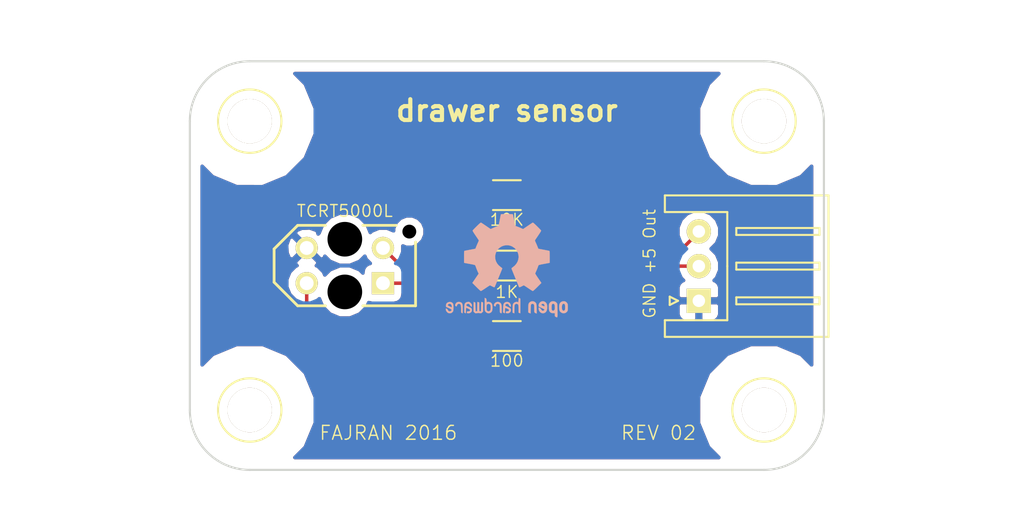
<source format=kicad_pcb>
(kicad_pcb (version 4) (host pcbnew 4.0.3+e1-6302~38~ubuntu15.04.1-stable)

  (general
    (links 8)
    (no_connects 0)
    (area 114.834999 78.639999 188.695001 116.940001)
    (thickness 1.6)
    (drawings 33)
    (tracks 21)
    (zones 0)
    (modules 10)
    (nets 6)
  )

  (page A4)
  (layers
    (0 F.Cu signal)
    (31 B.Cu signal)
    (32 B.Adhes user)
    (33 F.Adhes user)
    (34 B.Paste user)
    (35 F.Paste user)
    (36 B.SilkS user)
    (37 F.SilkS user)
    (38 B.Mask user)
    (39 F.Mask user)
    (40 Dwgs.User user)
    (41 Cmts.User user)
    (42 Eco1.User user)
    (43 Eco2.User user)
    (44 Edge.Cuts user)
    (45 Margin user)
    (46 B.CrtYd user)
    (47 F.CrtYd user)
    (48 B.Fab user)
    (49 F.Fab user)
  )

  (setup
    (last_trace_width 0.25)
    (trace_clearance 0.3)
    (zone_clearance 0.508)
    (zone_45_only yes)
    (trace_min 0.2)
    (segment_width 0.2)
    (edge_width 0.15)
    (via_size 0.6)
    (via_drill 0.4)
    (via_min_size 0.4)
    (via_min_drill 0.3)
    (uvia_size 0.3)
    (uvia_drill 0.1)
    (uvias_allowed no)
    (uvia_min_size 0.2)
    (uvia_min_drill 0.1)
    (pcb_text_width 0.3)
    (pcb_text_size 1.5 1.5)
    (mod_edge_width 0.15)
    (mod_text_size 1 1)
    (mod_text_width 0.15)
    (pad_size 3.2 3.2)
    (pad_drill 3.2)
    (pad_to_mask_clearance 0.2)
    (aux_axis_origin 151.13 97.79)
    (visible_elements FFFFFF7F)
    (pcbplotparams
      (layerselection 0x010f0_80000001)
      (usegerberextensions false)
      (excludeedgelayer true)
      (linewidth 0.100000)
      (plotframeref false)
      (viasonmask false)
      (mode 1)
      (useauxorigin false)
      (hpglpennumber 1)
      (hpglpenspeed 20)
      (hpglpendiameter 15)
      (hpglpenoverlay 2)
      (psnegative false)
      (psa4output false)
      (plotreference true)
      (plotvalue true)
      (plotinvisibletext false)
      (padsonsilk false)
      (subtractmaskfromsilk false)
      (outputformat 1)
      (mirror false)
      (drillshape 0)
      (scaleselection 1)
      (outputdirectory gerber))
  )

  (net 0 "")
  (net 1 "Net-(R1-Pad1)")
  (net 2 "Net-(R3-Pad2)")
  (net 3 /Out)
  (net 4 GND)
  (net 5 +5V)

  (net_class Default "This is the default net class."
    (clearance 0.3)
    (trace_width 0.25)
    (via_dia 0.6)
    (via_drill 0.4)
    (uvia_dia 0.3)
    (uvia_drill 0.1)
    (add_net +5V)
    (add_net /Out)
    (add_net GND)
    (add_net "Net-(R1-Pad1)")
    (add_net "Net-(R3-Pad2)")
  )

  (module Connect:1pin (layer F.Cu) (tedit 57C0AAF0) (tstamp 579D639E)
    (at 132.842 87.376)
    (descr "module 1 pin (ou trou mecanique de percage)")
    (tags DEV)
    (fp_text reference M (at 0 -3.048) (layer F.SilkS) hide
      (effects (font (size 1 1) (thickness 0.15)))
    )
    (fp_text value 1pin (at 0 2.794) (layer F.Fab) hide
      (effects (font (size 1 1) (thickness 0.15)))
    )
    (fp_circle (center 0 0) (end 0 -2.286) (layer F.SilkS) (width 0.15))
    (pad 1 thru_hole circle (at 0 0) (size 3.2 3.2) (drill 3.2) (layers *.Cu *.Mask F.SilkS)
      (solder_mask_margin 2) (clearance 3))
  )

  (module Connect:1pin (layer F.Cu) (tedit 57C0AAFE) (tstamp 579D660D)
    (at 169.926 87.376)
    (descr "module 1 pin (ou trou mecanique de percage)")
    (tags DEV)
    (fp_text reference REF** (at 0 -3.048) (layer F.SilkS) hide
      (effects (font (size 1 1) (thickness 0.15)))
    )
    (fp_text value 1pin (at 0 2.794) (layer F.Fab) hide
      (effects (font (size 1 1) (thickness 0.15)))
    )
    (fp_circle (center 0 0) (end 0 -2.286) (layer F.SilkS) (width 0.15))
    (pad 1 thru_hole circle (at 0 0) (size 3.2 3.2) (drill 3.2) (layers *.Cu *.Mask F.SilkS)
      (solder_mask_margin 2) (clearance 3))
  )

  (module Connect:1pin (layer F.Cu) (tedit 57C0AB0A) (tstamp 57A69AB0)
    (at 132.842 108.204)
    (descr "module 1 pin (ou trou mecanique de percage)")
    (tags DEV)
    (fp_text reference REF** (at 0 -3.048) (layer F.SilkS) hide
      (effects (font (size 1 1) (thickness 0.15)))
    )
    (fp_text value 1pin (at 0 2.794) (layer F.Fab) hide
      (effects (font (size 1 1) (thickness 0.15)))
    )
    (fp_circle (center 0 0) (end 0 -2.286) (layer F.SilkS) (width 0.15))
    (pad 1 thru_hole circle (at 0 0) (size 3.2 3.2) (drill 3.2) (layers *.Cu *.Mask F.SilkS)
      (solder_mask_margin 2) (clearance 3))
  )

  (module Connect:1pin (layer F.Cu) (tedit 57C0AB06) (tstamp 57A69AD8)
    (at 169.926 108.204)
    (descr "module 1 pin (ou trou mecanique de percage)")
    (tags DEV)
    (fp_text reference REF** (at 0 -3.048) (layer F.SilkS) hide
      (effects (font (size 1 1) (thickness 0.15)))
    )
    (fp_text value 1pin (at 0 2.794) (layer F.Fab) hide
      (effects (font (size 1 1) (thickness 0.15)))
    )
    (fp_circle (center 0 0) (end 0 -2.286) (layer F.SilkS) (width 0.15))
    (pad 1 thru_hole circle (at 0 0) (size 3.2 3.2) (drill 3.2) (layers *.Cu *.Mask F.SilkS)
      (solder_mask_margin 2) (clearance 3))
  )

  (module Resistors_SMD:R_1206_HandSoldering (layer F.Cu) (tedit 57BE1B7C) (tstamp 57BE1910)
    (at 151.384 92.71)
    (descr "Resistor SMD 1206, hand soldering")
    (tags "resistor 1206")
    (path /57893D2E)
    (attr smd)
    (fp_text reference R1 (at 0 -2.3) (layer F.SilkS) hide
      (effects (font (size 1 1) (thickness 0.15)))
    )
    (fp_text value 10K (at 0 1.778) (layer F.SilkS)
      (effects (font (size 0.85 0.85) (thickness 0.1)))
    )
    (fp_line (start -3.3 -1.2) (end 3.3 -1.2) (layer F.CrtYd) (width 0.05))
    (fp_line (start -3.3 1.2) (end 3.3 1.2) (layer F.CrtYd) (width 0.05))
    (fp_line (start -3.3 -1.2) (end -3.3 1.2) (layer F.CrtYd) (width 0.05))
    (fp_line (start 3.3 -1.2) (end 3.3 1.2) (layer F.CrtYd) (width 0.05))
    (fp_line (start 1 1.075) (end -1 1.075) (layer F.SilkS) (width 0.15))
    (fp_line (start -1 -1.075) (end 1 -1.075) (layer F.SilkS) (width 0.15))
    (pad 1 smd rect (at -2 0) (size 2 1.7) (layers F.Cu F.Paste F.Mask)
      (net 1 "Net-(R1-Pad1)"))
    (pad 2 smd rect (at 2 0) (size 2 1.7) (layers F.Cu F.Paste F.Mask)
      (net 4 GND))
    (model Resistors_SMD.3dshapes/R_1206_HandSoldering.wrl
      (at (xyz 0 0 0))
      (scale (xyz 1 1 1))
      (rotate (xyz 0 0 0))
    )
  )

  (module Resistors_SMD:R_1206_HandSoldering (layer F.Cu) (tedit 57BE1A02) (tstamp 57BE1916)
    (at 151.384 97.79 180)
    (descr "Resistor SMD 1206, hand soldering")
    (tags "resistor 1206")
    (path /57893C83)
    (attr smd)
    (fp_text reference R2 (at 0 -2.3 180) (layer F.SilkS) hide
      (effects (font (size 1 1) (thickness 0.15)))
    )
    (fp_text value 1K (at 0 -1.905 180) (layer F.SilkS)
      (effects (font (size 0.85 0.85) (thickness 0.1)))
    )
    (fp_line (start -3.3 -1.2) (end 3.3 -1.2) (layer F.CrtYd) (width 0.05))
    (fp_line (start -3.3 1.2) (end 3.3 1.2) (layer F.CrtYd) (width 0.05))
    (fp_line (start -3.3 -1.2) (end -3.3 1.2) (layer F.CrtYd) (width 0.05))
    (fp_line (start 3.3 -1.2) (end 3.3 1.2) (layer F.CrtYd) (width 0.05))
    (fp_line (start 1 1.075) (end -1 1.075) (layer F.SilkS) (width 0.15))
    (fp_line (start -1 -1.075) (end 1 -1.075) (layer F.SilkS) (width 0.15))
    (pad 1 smd rect (at -2 0 180) (size 2 1.7) (layers F.Cu F.Paste F.Mask)
      (net 3 /Out))
    (pad 2 smd rect (at 2 0 180) (size 2 1.7) (layers F.Cu F.Paste F.Mask)
      (net 1 "Net-(R1-Pad1)"))
    (model Resistors_SMD.3dshapes/R_1206_HandSoldering.wrl
      (at (xyz 0 0 0))
      (scale (xyz 1 1 1))
      (rotate (xyz 0 0 0))
    )
  )

  (module Resistors_SMD:R_1206_HandSoldering (layer F.Cu) (tedit 57BE1B5D) (tstamp 57BE191C)
    (at 151.384 102.87 180)
    (descr "Resistor SMD 1206, hand soldering")
    (tags "resistor 1206")
    (path /57893D49)
    (attr smd)
    (fp_text reference R3 (at 0 -2.3 180) (layer F.SilkS) hide
      (effects (font (size 1 1) (thickness 0.15)))
    )
    (fp_text value 100 (at 0 -1.778 180) (layer F.SilkS)
      (effects (font (size 0.85 0.85) (thickness 0.1)))
    )
    (fp_line (start -3.3 -1.2) (end 3.3 -1.2) (layer F.CrtYd) (width 0.05))
    (fp_line (start -3.3 1.2) (end 3.3 1.2) (layer F.CrtYd) (width 0.05))
    (fp_line (start -3.3 -1.2) (end -3.3 1.2) (layer F.CrtYd) (width 0.05))
    (fp_line (start 3.3 -1.2) (end 3.3 1.2) (layer F.CrtYd) (width 0.05))
    (fp_line (start 1 1.075) (end -1 1.075) (layer F.SilkS) (width 0.15))
    (fp_line (start -1 -1.075) (end 1 -1.075) (layer F.SilkS) (width 0.15))
    (pad 1 smd rect (at -2 0 180) (size 2 1.7) (layers F.Cu F.Paste F.Mask)
      (net 5 +5V))
    (pad 2 smd rect (at 2 0 180) (size 2 1.7) (layers F.Cu F.Paste F.Mask)
      (net 2 "Net-(R3-Pad2)"))
    (model Resistors_SMD.3dshapes/R_1206_HandSoldering.wrl
      (at (xyz 0 0 0))
      (scale (xyz 1 1 1))
      (rotate (xyz 0 0 0))
    )
  )

  (module TCRT5000L:XDCR_TCRT5000L (layer F.Cu) (tedit 57BE19CD) (tstamp 57BE1927)
    (at 139.7 97.79 180)
    (path /57893C3C)
    (solder_mask_margin 0.1)
    (fp_text reference Sensor1 (at -2.56 -3.935 180) (layer F.SilkS) hide
      (effects (font (size 1 1) (thickness 0.05)))
    )
    (fp_text value TCRT5000L (at 0 3.937 180) (layer F.SilkS)
      (effects (font (size 0.85 0.85) (thickness 0.1)))
    )
    (fp_line (start -5.1 -2.9) (end -1.3 -2.9) (layer F.SilkS) (width 0.2))
    (fp_line (start 1.4 -2.9) (end 3.4 -2.9) (layer F.SilkS) (width 0.2))
    (fp_line (start 3.4 2.9) (end 1.4 2.9) (layer F.SilkS) (width 0.2))
    (fp_line (start -1.3 2.9) (end -3.7 2.9) (layer F.SilkS) (width 0.2))
    (fp_line (start -5.1 1.7) (end -5.1 -2.9) (layer F.SilkS) (width 0.2))
    (fp_line (start 3.4 -2.9) (end 5.1 -1.2) (layer F.SilkS) (width 0.2))
    (fp_line (start 5.1 -1.2) (end 5.1 1.2) (layer F.SilkS) (width 0.2))
    (fp_line (start 5.1 1.2) (end 3.4 2.9) (layer F.SilkS) (width 0.2))
    (fp_line (start -5.35 -3.15) (end 5.35 -3.15) (layer Dwgs.User) (width 0.05))
    (fp_line (start 5.35 -3.15) (end 5.35 3.15) (layer Dwgs.User) (width 0.05))
    (fp_line (start 5.35 3.15) (end -5.35 3.15) (layer Dwgs.User) (width 0.05))
    (fp_line (start -5.35 3.15) (end -5.35 -3.15) (layer Dwgs.User) (width 0.05))
    (pad 1 thru_hole rect (at -2.75 -1.27 180) (size 1.6 1.6) (drill 1) (layers *.Cu *.Mask F.SilkS)
      (net 5 +5V) (solder_mask_margin 0.2))
    (pad 2 thru_hole circle (at -2.75 1.27 180) (size 1.6 1.6) (drill 1) (layers *.Cu *.Mask F.SilkS)
      (net 1 "Net-(R1-Pad1)") (solder_mask_margin 0.2))
    (pad 3 thru_hole circle (at 2.75 1.27 180) (size 1.6 1.6) (drill 1) (layers *.Cu *.Mask F.SilkS)
      (net 4 GND) (solder_mask_margin 0.2))
    (pad 4 thru_hole circle (at 2.75 -1.27 180) (size 1.6 1.6) (drill 1) (layers *.Cu *.Mask F.SilkS)
      (net 2 "Net-(R3-Pad2)") (solder_mask_margin 0.2))
    (pad Hole np_thru_hole circle (at 0 -1.9 180) (size 2.5 2.5) (drill 2.5) (layers))
    (pad Hole np_thru_hole circle (at 0 1.9 180) (size 2.5 2.5) (drill 2.5) (layers))
    (pad Hole np_thru_hole circle (at -4.65 2.45 180) (size 1 1) (drill 1) (layers))
  )

  (module Connectors_JST:JST_XH_S03B-XH-A_03x2.50mm_Angled (layer F.Cu) (tedit 57BE1994) (tstamp 57BE192E)
    (at 165.227 100.33 90)
    (descr "JST XH series connector, S03B-XH-A, side entry type, through hole")
    (tags "connector jst xh tht side horizontal angled 2.50mm")
    (path /57A009A5)
    (fp_text reference U1 (at 2.5 -3.5 90) (layer F.SilkS) hide
      (effects (font (size 1 1) (thickness 0.15)))
    )
    (fp_text value 1_Out (at 2.5 10.3 90) (layer F.Fab)
      (effects (font (size 1 1) (thickness 0.15)))
    )
    (fp_line (start -2.95 -2.8) (end -2.95 9.7) (layer F.CrtYd) (width 0.05))
    (fp_line (start -2.95 9.7) (end 7.95 9.7) (layer F.CrtYd) (width 0.05))
    (fp_line (start 7.95 9.7) (end 7.95 -2.8) (layer F.CrtYd) (width 0.05))
    (fp_line (start 7.95 -2.8) (end -2.95 -2.8) (layer F.CrtYd) (width 0.05))
    (fp_line (start 2.5 9.35) (end -2.6 9.35) (layer F.SilkS) (width 0.15))
    (fp_line (start -2.6 9.35) (end -2.6 -2.45) (layer F.SilkS) (width 0.15))
    (fp_line (start -2.6 -2.45) (end -1.4 -2.45) (layer F.SilkS) (width 0.15))
    (fp_line (start -1.4 -2.45) (end -1.4 2.05) (layer F.SilkS) (width 0.15))
    (fp_line (start -1.4 2.05) (end 2.5 2.05) (layer F.SilkS) (width 0.15))
    (fp_line (start 2.5 9.35) (end 7.6 9.35) (layer F.SilkS) (width 0.15))
    (fp_line (start 7.6 9.35) (end 7.6 -2.45) (layer F.SilkS) (width 0.15))
    (fp_line (start 7.6 -2.45) (end 6.4 -2.45) (layer F.SilkS) (width 0.15))
    (fp_line (start 6.4 -2.45) (end 6.4 2.05) (layer F.SilkS) (width 0.15))
    (fp_line (start 6.4 2.05) (end 2.5 2.05) (layer F.SilkS) (width 0.15))
    (fp_line (start -0.25 2.7) (end -0.25 8.7) (layer F.SilkS) (width 0.15))
    (fp_line (start -0.25 8.7) (end 0.25 8.7) (layer F.SilkS) (width 0.15))
    (fp_line (start 0.25 8.7) (end 0.25 2.7) (layer F.SilkS) (width 0.15))
    (fp_line (start 0.25 2.7) (end -0.25 2.7) (layer F.SilkS) (width 0.15))
    (fp_line (start 2.25 2.7) (end 2.25 8.7) (layer F.SilkS) (width 0.15))
    (fp_line (start 2.25 8.7) (end 2.75 8.7) (layer F.SilkS) (width 0.15))
    (fp_line (start 2.75 8.7) (end 2.75 2.7) (layer F.SilkS) (width 0.15))
    (fp_line (start 2.75 2.7) (end 2.25 2.7) (layer F.SilkS) (width 0.15))
    (fp_line (start 4.75 2.7) (end 4.75 8.7) (layer F.SilkS) (width 0.15))
    (fp_line (start 4.75 8.7) (end 5.25 8.7) (layer F.SilkS) (width 0.15))
    (fp_line (start 5.25 8.7) (end 5.25 2.7) (layer F.SilkS) (width 0.15))
    (fp_line (start 5.25 2.7) (end 4.75 2.7) (layer F.SilkS) (width 0.15))
    (fp_line (start 0 -1.5) (end -0.3 -2.1) (layer F.SilkS) (width 0.15))
    (fp_line (start -0.3 -2.1) (end 0.3 -2.1) (layer F.SilkS) (width 0.15))
    (fp_line (start 0.3 -2.1) (end 0 -1.5) (layer F.SilkS) (width 0.15))
    (pad 1 thru_hole rect (at 0 0 90) (size 1.75 1.75) (drill 0.9) (layers *.Cu *.Mask F.SilkS)
      (net 4 GND))
    (pad 2 thru_hole circle (at 2.5 0 90) (size 1.75 1.75) (drill 0.9) (layers *.Cu *.Mask F.SilkS)
      (net 5 +5V))
    (pad 3 thru_hole circle (at 5 0 90) (size 1.75 1.75) (drill 0.9) (layers *.Cu *.Mask F.SilkS)
      (net 3 /Out))
    (model Connectors_JST.3dshapes/JST_XH_S03B-XH-A_03x2.50mm_Angled.wrl
      (at (xyz 0 0 0))
      (scale (xyz 1 1 1))
      (rotate (xyz 0 0 0))
    )
  )

  (module Symbols:OSHW-Logo2_9.8x8mm_SilkScreen (layer B.Cu) (tedit 0) (tstamp 57C17BBD)
    (at 151.384 97.79 180)
    (descr "Open Source Hardware Symbol")
    (tags "Logo Symbol OSHW")
    (attr virtual)
    (fp_text reference REF*** (at 0 0 180) (layer B.SilkS) hide
      (effects (font (size 1 1) (thickness 0.15)) (justify mirror))
    )
    (fp_text value OSHW-Logo2_9.8x8mm_SilkScreen (at 0.75 0 180) (layer B.Fab) hide
      (effects (font (size 1 1) (thickness 0.15)) (justify mirror))
    )
    (fp_poly (pts (xy -3.231114 -2.584505) (xy -3.156461 -2.621727) (xy -3.090569 -2.690261) (xy -3.072423 -2.715648)
      (xy -3.052655 -2.748866) (xy -3.039828 -2.784945) (xy -3.03249 -2.833098) (xy -3.029187 -2.902536)
      (xy -3.028462 -2.994206) (xy -3.031737 -3.11983) (xy -3.043123 -3.214154) (xy -3.064959 -3.284523)
      (xy -3.099581 -3.338286) (xy -3.14933 -3.382788) (xy -3.152986 -3.385423) (xy -3.202015 -3.412377)
      (xy -3.261055 -3.425712) (xy -3.336141 -3.429) (xy -3.458205 -3.429) (xy -3.458256 -3.547497)
      (xy -3.459392 -3.613492) (xy -3.466314 -3.652202) (xy -3.484402 -3.675419) (xy -3.519038 -3.694933)
      (xy -3.527355 -3.69892) (xy -3.56628 -3.717603) (xy -3.596417 -3.729403) (xy -3.618826 -3.730422)
      (xy -3.634567 -3.716761) (xy -3.644698 -3.684522) (xy -3.650277 -3.629804) (xy -3.652365 -3.548711)
      (xy -3.652019 -3.437344) (xy -3.6503 -3.291802) (xy -3.649763 -3.248269) (xy -3.647828 -3.098205)
      (xy -3.646096 -3.000042) (xy -3.458308 -3.000042) (xy -3.457252 -3.083364) (xy -3.452562 -3.13788)
      (xy -3.441949 -3.173837) (xy -3.423128 -3.201482) (xy -3.41035 -3.214965) (xy -3.35811 -3.254417)
      (xy -3.311858 -3.257628) (xy -3.264133 -3.225049) (xy -3.262923 -3.223846) (xy -3.243506 -3.198668)
      (xy -3.231693 -3.164447) (xy -3.225735 -3.111748) (xy -3.22388 -3.031131) (xy -3.223846 -3.013271)
      (xy -3.22833 -2.902175) (xy -3.242926 -2.825161) (xy -3.26935 -2.778147) (xy -3.309317 -2.75705)
      (xy -3.332416 -2.754923) (xy -3.387238 -2.7649) (xy -3.424842 -2.797752) (xy -3.447477 -2.857857)
      (xy -3.457394 -2.949598) (xy -3.458308 -3.000042) (xy -3.646096 -3.000042) (xy -3.645778 -2.98206)
      (xy -3.643127 -2.894679) (xy -3.639394 -2.830905) (xy -3.634093 -2.785582) (xy -3.626742 -2.753555)
      (xy -3.616857 -2.729668) (xy -3.603954 -2.708764) (xy -3.598421 -2.700898) (xy -3.525031 -2.626595)
      (xy -3.43224 -2.584467) (xy -3.324904 -2.572722) (xy -3.231114 -2.584505)) (layer B.SilkS) (width 0.01))
    (fp_poly (pts (xy -1.728336 -2.595089) (xy -1.665633 -2.631358) (xy -1.622039 -2.667358) (xy -1.590155 -2.705075)
      (xy -1.56819 -2.751199) (xy -1.554351 -2.812421) (xy -1.546847 -2.895431) (xy -1.543883 -3.006919)
      (xy -1.543539 -3.087062) (xy -1.543539 -3.382065) (xy -1.709615 -3.456515) (xy -1.719385 -3.133402)
      (xy -1.723421 -3.012729) (xy -1.727656 -2.925141) (xy -1.732903 -2.86465) (xy -1.739975 -2.825268)
      (xy -1.749689 -2.801007) (xy -1.762856 -2.78588) (xy -1.767081 -2.782606) (xy -1.831091 -2.757034)
      (xy -1.895792 -2.767153) (xy -1.934308 -2.794) (xy -1.949975 -2.813024) (xy -1.96082 -2.837988)
      (xy -1.967712 -2.875834) (xy -1.971521 -2.933502) (xy -1.973117 -3.017935) (xy -1.973385 -3.105928)
      (xy -1.973437 -3.216323) (xy -1.975328 -3.294463) (xy -1.981655 -3.347165) (xy -1.995017 -3.381242)
      (xy -2.018015 -3.403511) (xy -2.053246 -3.420787) (xy -2.100303 -3.438738) (xy -2.151697 -3.458278)
      (xy -2.145579 -3.111485) (xy -2.143116 -2.986468) (xy -2.140233 -2.894082) (xy -2.136102 -2.827881)
      (xy -2.129893 -2.78142) (xy -2.120774 -2.748256) (xy -2.107917 -2.721944) (xy -2.092416 -2.698729)
      (xy -2.017629 -2.624569) (xy -1.926372 -2.581684) (xy -1.827117 -2.571412) (xy -1.728336 -2.595089)) (layer B.SilkS) (width 0.01))
    (fp_poly (pts (xy -3.983114 -2.587256) (xy -3.891536 -2.635409) (xy -3.823951 -2.712905) (xy -3.799943 -2.762727)
      (xy -3.781262 -2.837533) (xy -3.771699 -2.932052) (xy -3.770792 -3.03521) (xy -3.778079 -3.135935)
      (xy -3.793097 -3.223153) (xy -3.815385 -3.285791) (xy -3.822235 -3.296579) (xy -3.903368 -3.377105)
      (xy -3.999734 -3.425336) (xy -4.104299 -3.43945) (xy -4.210032 -3.417629) (xy -4.239457 -3.404547)
      (xy -4.296759 -3.364231) (xy -4.34705 -3.310775) (xy -4.351803 -3.303995) (xy -4.371122 -3.271321)
      (xy -4.383892 -3.236394) (xy -4.391436 -3.190414) (xy -4.395076 -3.124584) (xy -4.396135 -3.030105)
      (xy -4.396154 -3.008923) (xy -4.396106 -3.002182) (xy -4.200769 -3.002182) (xy -4.199632 -3.091349)
      (xy -4.195159 -3.15052) (xy -4.185754 -3.188741) (xy -4.169824 -3.215053) (xy -4.161692 -3.223846)
      (xy -4.114942 -3.257261) (xy -4.069553 -3.255737) (xy -4.02366 -3.226752) (xy -3.996288 -3.195809)
      (xy -3.980077 -3.150643) (xy -3.970974 -3.07942) (xy -3.970349 -3.071114) (xy -3.968796 -2.942037)
      (xy -3.985035 -2.846172) (xy -4.018848 -2.784107) (xy -4.070016 -2.756432) (xy -4.08828 -2.754923)
      (xy -4.13624 -2.762513) (xy -4.169047 -2.788808) (xy -4.189105 -2.839095) (xy -4.198822 -2.918664)
      (xy -4.200769 -3.002182) (xy -4.396106 -3.002182) (xy -4.395426 -2.908249) (xy -4.392371 -2.837906)
      (xy -4.385678 -2.789163) (xy -4.37404 -2.753288) (xy -4.356147 -2.721548) (xy -4.352192 -2.715648)
      (xy -4.285733 -2.636104) (xy -4.213315 -2.589929) (xy -4.125151 -2.571599) (xy -4.095213 -2.570703)
      (xy -3.983114 -2.587256)) (layer B.SilkS) (width 0.01))
    (fp_poly (pts (xy -2.465746 -2.599745) (xy -2.388714 -2.651567) (xy -2.329184 -2.726412) (xy -2.293622 -2.821654)
      (xy -2.286429 -2.891756) (xy -2.287246 -2.921009) (xy -2.294086 -2.943407) (xy -2.312888 -2.963474)
      (xy -2.349592 -2.985733) (xy -2.410138 -3.014709) (xy -2.500466 -3.054927) (xy -2.500923 -3.055129)
      (xy -2.584067 -3.09321) (xy -2.652247 -3.127025) (xy -2.698495 -3.152933) (xy -2.715842 -3.167295)
      (xy -2.715846 -3.167411) (xy -2.700557 -3.198685) (xy -2.664804 -3.233157) (xy -2.623758 -3.25799)
      (xy -2.602963 -3.262923) (xy -2.54623 -3.245862) (xy -2.497373 -3.203133) (xy -2.473535 -3.156155)
      (xy -2.450603 -3.121522) (xy -2.405682 -3.082081) (xy -2.352877 -3.048009) (xy -2.30629 -3.02948)
      (xy -2.296548 -3.028462) (xy -2.285582 -3.045215) (xy -2.284921 -3.088039) (xy -2.29298 -3.145781)
      (xy -2.308173 -3.207289) (xy -2.328914 -3.261409) (xy -2.329962 -3.26351) (xy -2.392379 -3.35066)
      (xy -2.473274 -3.409939) (xy -2.565144 -3.439034) (xy -2.660487 -3.435634) (xy -2.751802 -3.397428)
      (xy -2.755862 -3.394741) (xy -2.827694 -3.329642) (xy -2.874927 -3.244705) (xy -2.901066 -3.133021)
      (xy -2.904574 -3.101643) (xy -2.910787 -2.953536) (xy -2.903339 -2.884468) (xy -2.715846 -2.884468)
      (xy -2.71341 -2.927552) (xy -2.700086 -2.940126) (xy -2.666868 -2.930719) (xy -2.614506 -2.908483)
      (xy -2.555976 -2.88061) (xy -2.554521 -2.879872) (xy -2.504911 -2.853777) (xy -2.485 -2.836363)
      (xy -2.48991 -2.818107) (xy -2.510584 -2.79412) (xy -2.563181 -2.759406) (xy -2.619823 -2.756856)
      (xy -2.670631 -2.782119) (xy -2.705724 -2.830847) (xy -2.715846 -2.884468) (xy -2.903339 -2.884468)
      (xy -2.898008 -2.835036) (xy -2.865222 -2.741055) (xy -2.819579 -2.675215) (xy -2.737198 -2.608681)
      (xy -2.646454 -2.575676) (xy -2.553815 -2.573573) (xy -2.465746 -2.599745)) (layer B.SilkS) (width 0.01))
    (fp_poly (pts (xy -0.840154 -2.49212) (xy -0.834428 -2.57198) (xy -0.827851 -2.619039) (xy -0.818738 -2.639566)
      (xy -0.805402 -2.639829) (xy -0.801077 -2.637378) (xy -0.743556 -2.619636) (xy -0.668732 -2.620672)
      (xy -0.592661 -2.63891) (xy -0.545082 -2.662505) (xy -0.496298 -2.700198) (xy -0.460636 -2.742855)
      (xy -0.436155 -2.797057) (xy -0.420913 -2.869384) (xy -0.41297 -2.966419) (xy -0.410384 -3.094742)
      (xy -0.410338 -3.119358) (xy -0.410308 -3.39587) (xy -0.471839 -3.41732) (xy -0.515541 -3.431912)
      (xy -0.539518 -3.438706) (xy -0.540223 -3.438769) (xy -0.542585 -3.420345) (xy -0.544594 -3.369526)
      (xy -0.546099 -3.292993) (xy -0.546947 -3.19743) (xy -0.547077 -3.139329) (xy -0.547349 -3.024771)
      (xy -0.548748 -2.942667) (xy -0.552151 -2.886393) (xy -0.558433 -2.849326) (xy -0.568471 -2.824844)
      (xy -0.583139 -2.806325) (xy -0.592298 -2.797406) (xy -0.655211 -2.761466) (xy -0.723864 -2.758775)
      (xy -0.786152 -2.78917) (xy -0.797671 -2.800144) (xy -0.814567 -2.820779) (xy -0.826286 -2.845256)
      (xy -0.833767 -2.880647) (xy -0.837946 -2.934026) (xy -0.839763 -3.012466) (xy -0.840154 -3.120617)
      (xy -0.840154 -3.39587) (xy -0.901685 -3.41732) (xy -0.945387 -3.431912) (xy -0.969364 -3.438706)
      (xy -0.97007 -3.438769) (xy -0.971874 -3.420069) (xy -0.9735 -3.367322) (xy -0.974883 -3.285557)
      (xy -0.975958 -3.179805) (xy -0.97666 -3.055094) (xy -0.976923 -2.916455) (xy -0.976923 -2.381806)
      (xy -0.849923 -2.328236) (xy -0.840154 -2.49212)) (layer B.SilkS) (width 0.01))
    (fp_poly (pts (xy 0.053501 -2.626303) (xy 0.13006 -2.654733) (xy 0.130936 -2.655279) (xy 0.178285 -2.690127)
      (xy 0.213241 -2.730852) (xy 0.237825 -2.783925) (xy 0.254062 -2.855814) (xy 0.263975 -2.952992)
      (xy 0.269586 -3.081928) (xy 0.270077 -3.100298) (xy 0.277141 -3.377287) (xy 0.217695 -3.408028)
      (xy 0.174681 -3.428802) (xy 0.14871 -3.438646) (xy 0.147509 -3.438769) (xy 0.143014 -3.420606)
      (xy 0.139444 -3.371612) (xy 0.137248 -3.300031) (xy 0.136769 -3.242068) (xy 0.136758 -3.14817)
      (xy 0.132466 -3.089203) (xy 0.117503 -3.061079) (xy 0.085482 -3.059706) (xy 0.030014 -3.080998)
      (xy -0.053731 -3.120136) (xy -0.115311 -3.152643) (xy -0.146983 -3.180845) (xy -0.156294 -3.211582)
      (xy -0.156308 -3.213104) (xy -0.140943 -3.266054) (xy -0.095453 -3.29466) (xy -0.025834 -3.298803)
      (xy 0.024313 -3.298084) (xy 0.050754 -3.312527) (xy 0.067243 -3.347218) (xy 0.076733 -3.391416)
      (xy 0.063057 -3.416493) (xy 0.057907 -3.420082) (xy 0.009425 -3.434496) (xy -0.058469 -3.436537)
      (xy -0.128388 -3.426983) (xy -0.177932 -3.409522) (xy -0.24643 -3.351364) (xy -0.285366 -3.270408)
      (xy -0.293077 -3.20716) (xy -0.287193 -3.150111) (xy -0.265899 -3.103542) (xy -0.223735 -3.062181)
      (xy -0.155241 -3.020755) (xy -0.054956 -2.973993) (xy -0.048846 -2.97135) (xy 0.04149 -2.929617)
      (xy 0.097235 -2.895391) (xy 0.121129 -2.864635) (xy 0.115913 -2.833311) (xy 0.084328 -2.797383)
      (xy 0.074883 -2.789116) (xy 0.011617 -2.757058) (xy -0.053936 -2.758407) (xy -0.111028 -2.789838)
      (xy -0.148907 -2.848024) (xy -0.152426 -2.859446) (xy -0.1867 -2.914837) (xy -0.230191 -2.941518)
      (xy -0.293077 -2.96796) (xy -0.293077 -2.899548) (xy -0.273948 -2.80011) (xy -0.217169 -2.708902)
      (xy -0.187622 -2.678389) (xy -0.120458 -2.639228) (xy -0.035044 -2.6215) (xy 0.053501 -2.626303)) (layer B.SilkS) (width 0.01))
    (fp_poly (pts (xy 0.713362 -2.62467) (xy 0.802117 -2.657421) (xy 0.874022 -2.71535) (xy 0.902144 -2.756128)
      (xy 0.932802 -2.830954) (xy 0.932165 -2.885058) (xy 0.899987 -2.921446) (xy 0.888081 -2.927633)
      (xy 0.836675 -2.946925) (xy 0.810422 -2.941982) (xy 0.80153 -2.909587) (xy 0.801077 -2.891692)
      (xy 0.784797 -2.825859) (xy 0.742365 -2.779807) (xy 0.683388 -2.757564) (xy 0.617475 -2.763161)
      (xy 0.563895 -2.792229) (xy 0.545798 -2.80881) (xy 0.532971 -2.828925) (xy 0.524306 -2.859332)
      (xy 0.518696 -2.906788) (xy 0.515035 -2.97805) (xy 0.512215 -3.079875) (xy 0.511484 -3.112115)
      (xy 0.50882 -3.22241) (xy 0.505792 -3.300036) (xy 0.50125 -3.351396) (xy 0.494046 -3.38289)
      (xy 0.483033 -3.40092) (xy 0.46706 -3.411888) (xy 0.456834 -3.416733) (xy 0.413406 -3.433301)
      (xy 0.387842 -3.438769) (xy 0.379395 -3.420507) (xy 0.374239 -3.365296) (xy 0.372346 -3.272499)
      (xy 0.373689 -3.141478) (xy 0.374107 -3.121269) (xy 0.377058 -3.001733) (xy 0.380548 -2.914449)
      (xy 0.385514 -2.852591) (xy 0.392893 -2.809336) (xy 0.403624 -2.77786) (xy 0.418645 -2.751339)
      (xy 0.426502 -2.739975) (xy 0.471553 -2.689692) (xy 0.52194 -2.650581) (xy 0.528108 -2.647167)
      (xy 0.618458 -2.620212) (xy 0.713362 -2.62467)) (layer B.SilkS) (width 0.01))
    (fp_poly (pts (xy 1.602081 -2.780289) (xy 1.601833 -2.92632) (xy 1.600872 -3.038655) (xy 1.598794 -3.122678)
      (xy 1.595193 -3.183769) (xy 1.589665 -3.227309) (xy 1.581804 -3.258679) (xy 1.571207 -3.283262)
      (xy 1.563182 -3.297294) (xy 1.496728 -3.373388) (xy 1.41247 -3.421084) (xy 1.319249 -3.438199)
      (xy 1.2259 -3.422546) (xy 1.170312 -3.394418) (xy 1.111957 -3.34576) (xy 1.072186 -3.286333)
      (xy 1.04819 -3.208507) (xy 1.037161 -3.104652) (xy 1.035599 -3.028462) (xy 1.035809 -3.022986)
      (xy 1.172308 -3.022986) (xy 1.173141 -3.110355) (xy 1.176961 -3.168192) (xy 1.185746 -3.206029)
      (xy 1.201474 -3.233398) (xy 1.220266 -3.254042) (xy 1.283375 -3.29389) (xy 1.351137 -3.297295)
      (xy 1.415179 -3.264025) (xy 1.420164 -3.259517) (xy 1.441439 -3.236067) (xy 1.454779 -3.208166)
      (xy 1.462001 -3.166641) (xy 1.464923 -3.102316) (xy 1.465385 -3.0312) (xy 1.464383 -2.941858)
      (xy 1.460238 -2.882258) (xy 1.451236 -2.843089) (xy 1.435667 -2.81504) (xy 1.422902 -2.800144)
      (xy 1.3636 -2.762575) (xy 1.295301 -2.758057) (xy 1.23011 -2.786753) (xy 1.217528 -2.797406)
      (xy 1.196111 -2.821063) (xy 1.182744 -2.849251) (xy 1.175566 -2.891245) (xy 1.172719 -2.956319)
      (xy 1.172308 -3.022986) (xy 1.035809 -3.022986) (xy 1.040322 -2.905765) (xy 1.056362 -2.813577)
      (xy 1.086528 -2.744269) (xy 1.133629 -2.690211) (xy 1.170312 -2.662505) (xy 1.23699 -2.632572)
      (xy 1.314272 -2.618678) (xy 1.38611 -2.622397) (xy 1.426308 -2.6374) (xy 1.442082 -2.64167)
      (xy 1.45255 -2.62575) (xy 1.459856 -2.583089) (xy 1.465385 -2.518106) (xy 1.471437 -2.445732)
      (xy 1.479844 -2.402187) (xy 1.495141 -2.377287) (xy 1.521864 -2.360845) (xy 1.538654 -2.353564)
      (xy 1.602154 -2.326963) (xy 1.602081 -2.780289)) (layer B.SilkS) (width 0.01))
    (fp_poly (pts (xy 2.395929 -2.636662) (xy 2.398911 -2.688068) (xy 2.401247 -2.766192) (xy 2.402749 -2.864857)
      (xy 2.403231 -2.968343) (xy 2.403231 -3.318533) (xy 2.341401 -3.380363) (xy 2.298793 -3.418462)
      (xy 2.26139 -3.433895) (xy 2.21027 -3.432918) (xy 2.189978 -3.430433) (xy 2.126554 -3.4232)
      (xy 2.074095 -3.419055) (xy 2.061308 -3.418672) (xy 2.018199 -3.421176) (xy 1.956544 -3.427462)
      (xy 1.932638 -3.430433) (xy 1.873922 -3.435028) (xy 1.834464 -3.425046) (xy 1.795338 -3.394228)
      (xy 1.781215 -3.380363) (xy 1.719385 -3.318533) (xy 1.719385 -2.663503) (xy 1.76915 -2.640829)
      (xy 1.812002 -2.624034) (xy 1.837073 -2.618154) (xy 1.843501 -2.636736) (xy 1.849509 -2.688655)
      (xy 1.854697 -2.768172) (xy 1.858664 -2.869546) (xy 1.860577 -2.955192) (xy 1.865923 -3.292231)
      (xy 1.91256 -3.298825) (xy 1.954976 -3.294214) (xy 1.97576 -3.279287) (xy 1.98157 -3.251377)
      (xy 1.98653 -3.191925) (xy 1.990246 -3.108466) (xy 1.992324 -3.008532) (xy 1.992624 -2.957104)
      (xy 1.992923 -2.661054) (xy 2.054454 -2.639604) (xy 2.098004 -2.62502) (xy 2.121694 -2.618219)
      (xy 2.122377 -2.618154) (xy 2.124754 -2.636642) (xy 2.127366 -2.687906) (xy 2.129995 -2.765649)
      (xy 2.132421 -2.863574) (xy 2.134115 -2.955192) (xy 2.139461 -3.292231) (xy 2.256692 -3.292231)
      (xy 2.262072 -2.984746) (xy 2.267451 -2.677261) (xy 2.324601 -2.647707) (xy 2.366797 -2.627413)
      (xy 2.39177 -2.618204) (xy 2.392491 -2.618154) (xy 2.395929 -2.636662)) (layer B.SilkS) (width 0.01))
    (fp_poly (pts (xy 2.887333 -2.633528) (xy 2.94359 -2.659117) (xy 2.987747 -2.690124) (xy 3.020101 -2.724795)
      (xy 3.042438 -2.76952) (xy 3.056546 -2.830692) (xy 3.064211 -2.914701) (xy 3.06722 -3.02794)
      (xy 3.067538 -3.102509) (xy 3.067538 -3.39342) (xy 3.017773 -3.416095) (xy 2.978576 -3.432667)
      (xy 2.959157 -3.438769) (xy 2.955442 -3.42061) (xy 2.952495 -3.371648) (xy 2.950691 -3.300153)
      (xy 2.950308 -3.243385) (xy 2.948661 -3.161371) (xy 2.944222 -3.096309) (xy 2.93774 -3.056467)
      (xy 2.93259 -3.048) (xy 2.897977 -3.056646) (xy 2.84364 -3.078823) (xy 2.780722 -3.108886)
      (xy 2.720368 -3.141192) (xy 2.673721 -3.170098) (xy 2.651926 -3.189961) (xy 2.651839 -3.190175)
      (xy 2.653714 -3.226935) (xy 2.670525 -3.262026) (xy 2.700039 -3.290528) (xy 2.743116 -3.300061)
      (xy 2.779932 -3.29895) (xy 2.832074 -3.298133) (xy 2.859444 -3.310349) (xy 2.875882 -3.342624)
      (xy 2.877955 -3.34871) (xy 2.885081 -3.394739) (xy 2.866024 -3.422687) (xy 2.816353 -3.436007)
      (xy 2.762697 -3.43847) (xy 2.666142 -3.42021) (xy 2.616159 -3.394131) (xy 2.554429 -3.332868)
      (xy 2.52169 -3.25767) (xy 2.518753 -3.178211) (xy 2.546424 -3.104167) (xy 2.588047 -3.057769)
      (xy 2.629604 -3.031793) (xy 2.694922 -2.998907) (xy 2.771038 -2.965557) (xy 2.783726 -2.960461)
      (xy 2.867333 -2.923565) (xy 2.91553 -2.891046) (xy 2.93103 -2.858718) (xy 2.91655 -2.822394)
      (xy 2.891692 -2.794) (xy 2.832939 -2.759039) (xy 2.768293 -2.756417) (xy 2.709008 -2.783358)
      (xy 2.666339 -2.837088) (xy 2.660739 -2.85095) (xy 2.628133 -2.901936) (xy 2.58053 -2.939787)
      (xy 2.520461 -2.97085) (xy 2.520461 -2.882768) (xy 2.523997 -2.828951) (xy 2.539156 -2.786534)
      (xy 2.572768 -2.741279) (xy 2.605035 -2.70642) (xy 2.655209 -2.657062) (xy 2.694193 -2.630547)
      (xy 2.736064 -2.619911) (xy 2.78346 -2.618154) (xy 2.887333 -2.633528)) (layer B.SilkS) (width 0.01))
    (fp_poly (pts (xy 3.570807 -2.636782) (xy 3.594161 -2.646988) (xy 3.649902 -2.691134) (xy 3.697569 -2.754967)
      (xy 3.727048 -2.823087) (xy 3.731846 -2.85667) (xy 3.71576 -2.903556) (xy 3.680475 -2.928365)
      (xy 3.642644 -2.943387) (xy 3.625321 -2.946155) (xy 3.616886 -2.926066) (xy 3.60023 -2.882351)
      (xy 3.592923 -2.862598) (xy 3.551948 -2.794271) (xy 3.492622 -2.760191) (xy 3.416552 -2.761239)
      (xy 3.410918 -2.762581) (xy 3.370305 -2.781836) (xy 3.340448 -2.819375) (xy 3.320055 -2.879809)
      (xy 3.307836 -2.967751) (xy 3.3025 -3.087813) (xy 3.302 -3.151698) (xy 3.301752 -3.252403)
      (xy 3.300126 -3.321054) (xy 3.295801 -3.364673) (xy 3.287454 -3.390282) (xy 3.273765 -3.404903)
      (xy 3.253411 -3.415558) (xy 3.252234 -3.416095) (xy 3.213038 -3.432667) (xy 3.193619 -3.438769)
      (xy 3.190635 -3.420319) (xy 3.188081 -3.369323) (xy 3.18614 -3.292308) (xy 3.184997 -3.195805)
      (xy 3.184769 -3.125184) (xy 3.185932 -2.988525) (xy 3.190479 -2.884851) (xy 3.199999 -2.808108)
      (xy 3.216081 -2.752246) (xy 3.240313 -2.711212) (xy 3.274286 -2.678954) (xy 3.307833 -2.65644)
      (xy 3.388499 -2.626476) (xy 3.482381 -2.619718) (xy 3.570807 -2.636782)) (layer B.SilkS) (width 0.01))
    (fp_poly (pts (xy 4.245224 -2.647838) (xy 4.322528 -2.698361) (xy 4.359814 -2.74359) (xy 4.389353 -2.825663)
      (xy 4.391699 -2.890607) (xy 4.386385 -2.977445) (xy 4.186115 -3.065103) (xy 4.088739 -3.109887)
      (xy 4.025113 -3.145913) (xy 3.992029 -3.177117) (xy 3.98628 -3.207436) (xy 4.004658 -3.240805)
      (xy 4.024923 -3.262923) (xy 4.083889 -3.298393) (xy 4.148024 -3.300879) (xy 4.206926 -3.273235)
      (xy 4.250197 -3.21832) (xy 4.257936 -3.198928) (xy 4.295006 -3.138364) (xy 4.337654 -3.112552)
      (xy 4.396154 -3.090471) (xy 4.396154 -3.174184) (xy 4.390982 -3.23115) (xy 4.370723 -3.279189)
      (xy 4.328262 -3.334346) (xy 4.321951 -3.341514) (xy 4.27472 -3.390585) (xy 4.234121 -3.41692)
      (xy 4.183328 -3.429035) (xy 4.14122 -3.433003) (xy 4.065902 -3.433991) (xy 4.012286 -3.421466)
      (xy 3.978838 -3.402869) (xy 3.926268 -3.361975) (xy 3.889879 -3.317748) (xy 3.86685 -3.262126)
      (xy 3.854359 -3.187047) (xy 3.849587 -3.084449) (xy 3.849206 -3.032376) (xy 3.850501 -2.969948)
      (xy 3.968471 -2.969948) (xy 3.969839 -3.003438) (xy 3.973249 -3.008923) (xy 3.995753 -3.001472)
      (xy 4.044182 -2.981753) (xy 4.108908 -2.953718) (xy 4.122443 -2.947692) (xy 4.204244 -2.906096)
      (xy 4.249312 -2.869538) (xy 4.259217 -2.835296) (xy 4.235526 -2.800648) (xy 4.21596 -2.785339)
      (xy 4.14536 -2.754721) (xy 4.07928 -2.75978) (xy 4.023959 -2.797151) (xy 3.985636 -2.863473)
      (xy 3.973349 -2.916116) (xy 3.968471 -2.969948) (xy 3.850501 -2.969948) (xy 3.85173 -2.91072)
      (xy 3.861032 -2.82071) (xy 3.87946 -2.755167) (xy 3.90936 -2.706912) (xy 3.95308 -2.668767)
      (xy 3.972141 -2.65644) (xy 4.058726 -2.624336) (xy 4.153522 -2.622316) (xy 4.245224 -2.647838)) (layer B.SilkS) (width 0.01))
    (fp_poly (pts (xy 0.139878 3.712224) (xy 0.245612 3.711645) (xy 0.322132 3.710078) (xy 0.374372 3.707028)
      (xy 0.407263 3.702004) (xy 0.425737 3.694511) (xy 0.434727 3.684056) (xy 0.439163 3.670147)
      (xy 0.439594 3.668346) (xy 0.446333 3.635855) (xy 0.458808 3.571748) (xy 0.475719 3.482849)
      (xy 0.495771 3.375981) (xy 0.517664 3.257967) (xy 0.518429 3.253822) (xy 0.540359 3.138169)
      (xy 0.560877 3.035986) (xy 0.578659 2.953402) (xy 0.592381 2.896544) (xy 0.600718 2.871542)
      (xy 0.601116 2.871099) (xy 0.625677 2.85889) (xy 0.676315 2.838544) (xy 0.742095 2.814455)
      (xy 0.742461 2.814326) (xy 0.825317 2.783182) (xy 0.923 2.743509) (xy 1.015077 2.703619)
      (xy 1.019434 2.701647) (xy 1.169407 2.63358) (xy 1.501498 2.860361) (xy 1.603374 2.929496)
      (xy 1.695657 2.991303) (xy 1.773003 3.042267) (xy 1.830064 3.078873) (xy 1.861495 3.097606)
      (xy 1.864479 3.098996) (xy 1.887321 3.09281) (xy 1.929982 3.062965) (xy 1.994128 3.008053)
      (xy 2.081421 2.926666) (xy 2.170535 2.840078) (xy 2.256441 2.754753) (xy 2.333327 2.676892)
      (xy 2.396564 2.611303) (xy 2.441523 2.562795) (xy 2.463576 2.536175) (xy 2.464396 2.534805)
      (xy 2.466834 2.516537) (xy 2.45765 2.486705) (xy 2.434574 2.441279) (xy 2.395337 2.37623)
      (xy 2.33767 2.28753) (xy 2.260795 2.173343) (xy 2.19257 2.072838) (xy 2.131582 1.982697)
      (xy 2.081356 1.908151) (xy 2.045416 1.854435) (xy 2.027287 1.826782) (xy 2.026146 1.824905)
      (xy 2.028359 1.79841) (xy 2.045138 1.746914) (xy 2.073142 1.680149) (xy 2.083122 1.658828)
      (xy 2.126672 1.563841) (xy 2.173134 1.456063) (xy 2.210877 1.362808) (xy 2.238073 1.293594)
      (xy 2.259675 1.240994) (xy 2.272158 1.213503) (xy 2.273709 1.211384) (xy 2.296668 1.207876)
      (xy 2.350786 1.198262) (xy 2.428868 1.183911) (xy 2.523719 1.166193) (xy 2.628143 1.146475)
      (xy 2.734944 1.126126) (xy 2.836926 1.106514) (xy 2.926894 1.089009) (xy 2.997653 1.074978)
      (xy 3.042006 1.065791) (xy 3.052885 1.063193) (xy 3.064122 1.056782) (xy 3.072605 1.042303)
      (xy 3.078714 1.014867) (xy 3.082832 0.969589) (xy 3.085341 0.90158) (xy 3.086621 0.805953)
      (xy 3.087054 0.67782) (xy 3.087077 0.625299) (xy 3.087077 0.198155) (xy 2.9845 0.177909)
      (xy 2.927431 0.16693) (xy 2.842269 0.150905) (xy 2.739372 0.131767) (xy 2.629096 0.111449)
      (xy 2.598615 0.105868) (xy 2.496855 0.086083) (xy 2.408205 0.066627) (xy 2.340108 0.049303)
      (xy 2.300004 0.035912) (xy 2.293323 0.031921) (xy 2.276919 0.003658) (xy 2.253399 -0.051109)
      (xy 2.227316 -0.121588) (xy 2.222142 -0.136769) (xy 2.187956 -0.230896) (xy 2.145523 -0.337101)
      (xy 2.103997 -0.432473) (xy 2.103792 -0.432916) (xy 2.03464 -0.582525) (xy 2.489512 -1.251617)
      (xy 2.1975 -1.544116) (xy 2.10918 -1.63117) (xy 2.028625 -1.707909) (xy 1.96036 -1.770237)
      (xy 1.908908 -1.814056) (xy 1.878794 -1.83527) (xy 1.874474 -1.836616) (xy 1.849111 -1.826016)
      (xy 1.797358 -1.796547) (xy 1.724868 -1.751705) (xy 1.637294 -1.694984) (xy 1.542612 -1.631462)
      (xy 1.446516 -1.566668) (xy 1.360837 -1.510287) (xy 1.291016 -1.465788) (xy 1.242494 -1.436639)
      (xy 1.220782 -1.426308) (xy 1.194293 -1.43505) (xy 1.144062 -1.458087) (xy 1.080451 -1.490631)
      (xy 1.073708 -1.494249) (xy 0.988046 -1.53721) (xy 0.929306 -1.558279) (xy 0.892772 -1.558503)
      (xy 0.873731 -1.538928) (xy 0.87362 -1.538654) (xy 0.864102 -1.515472) (xy 0.841403 -1.460441)
      (xy 0.807282 -1.377822) (xy 0.7635 -1.271872) (xy 0.711816 -1.146852) (xy 0.653992 -1.00702)
      (xy 0.597991 -0.871637) (xy 0.536447 -0.722234) (xy 0.479939 -0.583832) (xy 0.430161 -0.460673)
      (xy 0.388806 -0.357002) (xy 0.357568 -0.277059) (xy 0.338141 -0.225088) (xy 0.332154 -0.205692)
      (xy 0.347168 -0.183443) (xy 0.386439 -0.147982) (xy 0.438807 -0.108887) (xy 0.587941 0.014755)
      (xy 0.704511 0.156478) (xy 0.787118 0.313296) (xy 0.834366 0.482225) (xy 0.844857 0.660278)
      (xy 0.837231 0.742461) (xy 0.795682 0.912969) (xy 0.724123 1.063541) (xy 0.626995 1.192691)
      (xy 0.508734 1.298936) (xy 0.37378 1.38079) (xy 0.226571 1.436768) (xy 0.071544 1.465385)
      (xy -0.086861 1.465156) (xy -0.244206 1.434595) (xy -0.396054 1.372218) (xy -0.537965 1.27654)
      (xy -0.597197 1.222428) (xy -0.710797 1.08348) (xy -0.789894 0.931639) (xy -0.835014 0.771333)
      (xy -0.846684 0.606988) (xy -0.825431 0.443029) (xy -0.77178 0.283882) (xy -0.68626 0.133975)
      (xy -0.569395 -0.002267) (xy -0.438807 -0.108887) (xy -0.384412 -0.149642) (xy -0.345986 -0.184718)
      (xy -0.332154 -0.205726) (xy -0.339397 -0.228635) (xy -0.359995 -0.283365) (xy -0.392254 -0.365672)
      (xy -0.434479 -0.471315) (xy -0.484977 -0.59605) (xy -0.542052 -0.735636) (xy -0.598146 -0.87167)
      (xy -0.660033 -1.021201) (xy -0.717356 -1.159767) (xy -0.768356 -1.283107) (xy -0.811273 -1.386964)
      (xy -0.844347 -1.46708) (xy -0.865819 -1.519195) (xy -0.873775 -1.538654) (xy -0.892571 -1.558423)
      (xy -0.928926 -1.558365) (xy -0.987521 -1.537441) (xy -1.073032 -1.494613) (xy -1.073708 -1.494249)
      (xy -1.138093 -1.461012) (xy -1.190139 -1.436802) (xy -1.219488 -1.426404) (xy -1.220783 -1.426308)
      (xy -1.242876 -1.436855) (xy -1.291652 -1.466184) (xy -1.361669 -1.510827) (xy -1.447486 -1.567314)
      (xy -1.542612 -1.631462) (xy -1.63946 -1.696411) (xy -1.726747 -1.752896) (xy -1.798819 -1.797421)
      (xy -1.850023 -1.82649) (xy -1.874474 -1.836616) (xy -1.89699 -1.823307) (xy -1.942258 -1.786112)
      (xy -2.005756 -1.729128) (xy -2.082961 -1.656449) (xy -2.169349 -1.572171) (xy -2.197601 -1.544016)
      (xy -2.489713 -1.251416) (xy -2.267369 -0.925104) (xy -2.199798 -0.824897) (xy -2.140493 -0.734963)
      (xy -2.092783 -0.66051) (xy -2.059993 -0.606751) (xy -2.045452 -0.578894) (xy -2.045026 -0.576912)
      (xy -2.052692 -0.550655) (xy -2.073311 -0.497837) (xy -2.103315 -0.42731) (xy -2.124375 -0.380093)
      (xy -2.163752 -0.289694) (xy -2.200835 -0.198366) (xy -2.229585 -0.1212) (xy -2.237395 -0.097692)
      (xy -2.259583 -0.034916) (xy -2.281273 0.013589) (xy -2.293187 0.031921) (xy -2.319477 0.043141)
      (xy -2.376858 0.059046) (xy -2.457882 0.077833) (xy -2.555105 0.097701) (xy -2.598615 0.105868)
      (xy -2.709104 0.126171) (xy -2.815084 0.14583) (xy -2.906199 0.162912) (xy -2.972092 0.175482)
      (xy -2.9845 0.177909) (xy -3.087077 0.198155) (xy -3.087077 0.625299) (xy -3.086847 0.765754)
      (xy -3.085901 0.872021) (xy -3.083859 0.948987) (xy -3.080338 1.00154) (xy -3.074957 1.034567)
      (xy -3.067334 1.052955) (xy -3.057088 1.061592) (xy -3.052885 1.063193) (xy -3.02753 1.068873)
      (xy -2.971516 1.080205) (xy -2.892036 1.095821) (xy -2.796288 1.114353) (xy -2.691467 1.134431)
      (xy -2.584768 1.154688) (xy -2.483387 1.173754) (xy -2.394521 1.190261) (xy -2.325363 1.202841)
      (xy -2.283111 1.210125) (xy -2.27371 1.211384) (xy -2.265193 1.228237) (xy -2.24634 1.27313)
      (xy -2.220676 1.33757) (xy -2.210877 1.362808) (xy -2.171352 1.460314) (xy -2.124808 1.568041)
      (xy -2.083123 1.658828) (xy -2.05245 1.728247) (xy -2.032044 1.78529) (xy -2.025232 1.820223)
      (xy -2.026318 1.824905) (xy -2.040715 1.847009) (xy -2.073588 1.896169) (xy -2.12141 1.967152)
      (xy -2.180652 2.054722) (xy -2.247785 2.153643) (xy -2.261059 2.17317) (xy -2.338954 2.28886)
      (xy -2.396213 2.376956) (xy -2.435119 2.441514) (xy -2.457956 2.486589) (xy -2.467006 2.516237)
      (xy -2.464552 2.534515) (xy -2.464489 2.534631) (xy -2.445173 2.558639) (xy -2.402449 2.605053)
      (xy -2.340949 2.669063) (xy -2.265302 2.745855) (xy -2.180139 2.830618) (xy -2.170535 2.840078)
      (xy -2.06321 2.944011) (xy -1.980385 3.020325) (xy -1.920395 3.070429) (xy -1.881577 3.09573)
      (xy -1.86448 3.098996) (xy -1.839527 3.08475) (xy -1.787745 3.051844) (xy -1.71448 3.003792)
      (xy -1.62508 2.94411) (xy -1.524889 2.876312) (xy -1.501499 2.860361) (xy -1.169407 2.63358)
      (xy -1.019435 2.701647) (xy -0.92823 2.741315) (xy -0.830331 2.781209) (xy -0.746169 2.813017)
      (xy -0.742462 2.814326) (xy -0.676631 2.838424) (xy -0.625884 2.8588) (xy -0.601158 2.871064)
      (xy -0.601116 2.871099) (xy -0.593271 2.893266) (xy -0.579934 2.947783) (xy -0.56243 3.02852)
      (xy -0.542083 3.12935) (xy -0.520218 3.244144) (xy -0.518429 3.253822) (xy -0.496496 3.372096)
      (xy -0.47636 3.479458) (xy -0.45932 3.569083) (xy -0.446672 3.634149) (xy -0.439716 3.667832)
      (xy -0.439594 3.668346) (xy -0.435361 3.682675) (xy -0.427129 3.693493) (xy -0.409967 3.701294)
      (xy -0.378942 3.706571) (xy -0.329122 3.709818) (xy -0.255576 3.711528) (xy -0.153371 3.712193)
      (xy -0.017575 3.712307) (xy 0 3.712308) (xy 0.139878 3.712224)) (layer B.SilkS) (width 0.01))
  )

  (gr_line (start 174.244 87.376) (end 174.244 108.204) (angle 90) (layer Edge.Cuts) (width 0.15))
  (gr_arc (start 169.926 87.376) (end 169.926 83.058) (angle 90) (layer Edge.Cuts) (width 0.15))
  (gr_line (start 132.842 83.058) (end 169.926 83.058) (angle 90) (layer Edge.Cuts) (width 0.15))
  (gr_line (start 128.524 108.204) (end 128.524 87.376) (angle 90) (layer Edge.Cuts) (width 0.15))
  (gr_line (start 169.926 112.522) (end 132.842 112.522) (angle 90) (layer Edge.Cuts) (width 0.15))
  (gr_arc (start 169.926 108.204) (end 174.244 108.204) (angle 90) (layer Edge.Cuts) (width 0.15))
  (gr_line (start 125.984 97.536) (end 125.984 83.058) (angle 90) (layer Eco1.User) (width 0.2))
  (gr_line (start 125.984 98.044) (end 125.984 112.522) (angle 90) (layer Eco1.User) (width 0.2))
  (gr_arc (start 132.842 108.204) (end 132.842 112.522) (angle 90) (layer Edge.Cuts) (width 0.15))
  (gr_arc (start 132.842 87.376) (end 128.524 87.376) (angle 90) (layer Edge.Cuts) (width 0.15))
  (gr_line (start 165.1 89.662) (end 151.384 89.662) (angle 90) (layer Eco1.User) (width 0.2))
  (gr_line (start 166.116 83.82) (end 151.892 83.82) (angle 90) (layer Eco1.User) (width 0.2))
  (gr_line (start 136.652 83.82) (end 150.876 83.82) (angle 90) (layer Eco1.User) (width 0.2))
  (gr_line (start 164.084 86.106) (end 166.116 86.106) (angle 90) (layer Eco1.User) (width 0.2))
  (gr_line (start 138.684 85.598) (end 136.652 85.598) (angle 90) (layer Eco1.User) (width 0.2))
  (gr_text "drawer sensor" (at 151.384 86.614) (layer F.SilkS)
    (effects (font (size 1.5 1.5) (thickness 0.3)))
  )
  (gr_line (start 127.508 97.536) (end 127.508 84.328) (angle 90) (layer Eco1.User) (width 0.2))
  (gr_line (start 166.116 110.744) (end 155.956 110.744) (angle 90) (layer Eco1.User) (width 0.2))
  (gr_line (start 146.812 110.49) (end 136.652 110.49) (angle 90) (layer Eco1.User) (width 0.2))
  (gr_line (start 150.876 88.392) (end 137.16 88.392) (angle 90) (layer Eco1.User) (width 0.2))
  (gr_line (start 179.07 116.84) (end 179.07 109.22) (angle 90) (layer Eco1.User) (width 0.2))
  (gr_line (start 179.07 78.74) (end 179.07 86.36) (angle 90) (layer Eco1.User) (width 0.2))
  (gr_line (start 116.332 86.36) (end 116.332 78.74) (angle 90) (layer Eco1.User) (width 0.2))
  (gr_line (start 116.332 116.84) (end 116.332 109.22) (angle 90) (layer Eco1.User) (width 0.2))
  (gr_text "REV 02" (at 165.1 109.855) (layer F.SilkS)
    (effects (font (size 1 1) (thickness 0.1)) (justify right))
  )
  (gr_text "FAJRAN 2016" (at 137.795 109.855) (layer F.SilkS)
    (effects (font (size 1 1) (thickness 0.1)) (justify left))
  )
  (gr_text "GND +5 Out" (at 161.671 97.663 90) (layer F.SilkS)
    (effects (font (size 0.85 0.85) (thickness 0.1)))
  )
  (gr_line (start 118.364 88.9) (end 138.176 88.9) (angle 90) (layer Eco1.User) (width 0.2))
  (gr_line (start 183.896 88.9) (end 164.084 88.9) (angle 90) (layer Eco1.User) (width 0.2))
  (gr_line (start 114.935 97.79) (end 188.595 97.79) (angle 90) (layer Eco1.User) (width 0.2))
  (gr_line (start 115.57 86.995) (end 115.57 96.52) (angle 90) (layer Eco1.User) (width 0.2))
  (gr_line (start 151.384 84.455) (end 151.384 92.71) (angle 90) (layer Eco1.User) (width 0.2))
  (gr_line (start 115.57 99.06) (end 115.57 108.585) (angle 90) (layer Eco1.User) (width 0.2))

  (segment (start 149.384 97.79) (end 143.72 97.79) (width 0.25) (layer F.Cu) (net 1))
  (segment (start 143.72 97.79) (end 142.45 96.52) (width 0.25) (layer F.Cu) (net 1) (tstamp 57BE1DF2))
  (segment (start 149.384 97.79) (end 149.384 92.71) (width 0.25) (layer F.Cu) (net 1))
  (segment (start 149.384 102.87) (end 137.922 102.87) (width 0.25) (layer F.Cu) (net 2))
  (segment (start 136.95 101.898) (end 136.95 99.06) (width 0.25) (layer F.Cu) (net 2) (tstamp 57BE1BAB))
  (segment (start 137.922 102.87) (end 136.95 101.898) (width 0.25) (layer F.Cu) (net 2) (tstamp 57BE1BAA))
  (segment (start 165.227 95.33) (end 165.227 95.374998) (width 0.25) (layer F.Cu) (net 3))
  (segment (start 165.227 95.374998) (end 163.573998 97.028) (width 0.25) (layer F.Cu) (net 3) (tstamp 57D5D933))
  (segment (start 163.573998 97.028) (end 156.464 97.028) (width 0.25) (layer F.Cu) (net 3) (tstamp 57D5D934))
  (segment (start 155.194 97.79) (end 155.702 97.79) (width 0.25) (layer F.Cu) (net 3))
  (segment (start 155.702 97.79) (end 156.464 97.028) (width 0.25) (layer F.Cu) (net 3) (tstamp 57BE1E24))
  (segment (start 153.384 97.79) (end 155.194 97.79) (width 0.25) (layer F.Cu) (net 3))
  (segment (start 165.227 97.83) (end 156.678 97.83) (width 0.25) (layer F.Cu) (net 5))
  (segment (start 156.678 97.83) (end 155.956 98.552) (width 0.25) (layer F.Cu) (net 5) (tstamp 57BE1E20))
  (segment (start 147.32 99.822) (end 153.384 99.822) (width 0.25) (layer F.Cu) (net 5))
  (segment (start 146.558 99.06) (end 147.32 99.822) (width 0.25) (layer F.Cu) (net 5) (tstamp 57BE1BA3))
  (segment (start 142.45 99.06) (end 146.558 99.06) (width 0.25) (layer F.Cu) (net 5))
  (segment (start 153.384 101.346) (end 153.384 99.822) (width 0.25) (layer F.Cu) (net 5))
  (segment (start 153.384 99.822) (end 154.686 99.822) (width 0.25) (layer F.Cu) (net 5) (tstamp 57BE1BBE))
  (segment (start 154.686 99.822) (end 155.956 98.552) (width 0.25) (layer F.Cu) (net 5) (tstamp 57BE1BB7))
  (segment (start 153.384 102.87) (end 153.384 101.346) (width 0.25) (layer F.Cu) (net 5))

  (zone (net 4) (net_name GND) (layer F.Cu) (tstamp 57BE1DBB) (hatch edge 0.508)
    (connect_pads (clearance 0.508))
    (min_thickness 0.254)
    (fill yes (arc_segments 16) (thermal_gap 0.508) (thermal_bridge_width 0.508))
    (polygon
      (pts
        (xy 132.842 83.82) (xy 129.286 87.376) (xy 129.286 108.204) (xy 132.842 111.76) (xy 169.926 111.76)
        (xy 173.482 108.204) (xy 173.482 87.376) (xy 169.926 83.82)
      )
    )
    (filled_polygon
      (pts
        (xy 165.920981 84.694874) (xy 165.199823 86.431617) (xy 165.198182 88.312133) (xy 165.916308 90.050132) (xy 167.244874 91.381019)
        (xy 168.981617 92.102177) (xy 170.862133 92.103818) (xy 172.600132 91.385692) (xy 173.355 90.632141) (xy 173.355 104.948161)
        (xy 172.607126 104.198981) (xy 170.870383 103.477823) (xy 168.989867 103.476182) (xy 167.251868 104.194308) (xy 165.920981 105.522874)
        (xy 165.199823 107.259617) (xy 165.198182 109.140133) (xy 165.916308 110.878132) (xy 166.669859 111.633) (xy 136.097839 111.633)
        (xy 136.847019 110.885126) (xy 137.568177 109.148383) (xy 137.569818 107.267867) (xy 136.851692 105.529868) (xy 135.523126 104.198981)
        (xy 133.786383 103.477823) (xy 131.905867 103.476182) (xy 130.167868 104.194308) (xy 129.413 104.947859) (xy 129.413 99.344187)
        (xy 135.514752 99.344187) (xy 135.732757 99.8718) (xy 136.136077 100.275824) (xy 136.19 100.298215) (xy 136.19 101.898)
        (xy 136.247852 102.188839) (xy 136.412599 102.435401) (xy 137.384599 103.407401) (xy 137.631161 103.572148) (xy 137.922 103.63)
        (xy 147.73656 103.63) (xy 147.73656 103.72) (xy 147.780838 103.955317) (xy 147.91991 104.171441) (xy 148.13211 104.316431)
        (xy 148.384 104.36744) (xy 150.384 104.36744) (xy 150.619317 104.323162) (xy 150.835441 104.18409) (xy 150.980431 103.97189)
        (xy 151.03144 103.72) (xy 151.03144 102.02) (xy 150.987162 101.784683) (xy 150.84809 101.568559) (xy 150.63589 101.423569)
        (xy 150.384 101.37256) (xy 148.384 101.37256) (xy 148.148683 101.416838) (xy 147.932559 101.55591) (xy 147.787569 101.76811)
        (xy 147.73656 102.02) (xy 147.73656 102.11) (xy 138.236802 102.11) (xy 137.71 101.583198) (xy 137.71 100.298646)
        (xy 137.7618 100.277243) (xy 137.861817 100.1774) (xy 138.101043 100.756372) (xy 138.630839 101.287093) (xy 139.323405 101.574672)
        (xy 140.073305 101.575326) (xy 140.766372 101.288957) (xy 141.297093 100.759161) (xy 141.420883 100.461043) (xy 141.65 100.50744)
        (xy 143.25 100.50744) (xy 143.485317 100.463162) (xy 143.701441 100.32409) (xy 143.846431 100.11189) (xy 143.89744 99.86)
        (xy 143.89744 99.82) (xy 146.243198 99.82) (xy 146.782599 100.359401) (xy 147.029161 100.524148) (xy 147.32 100.582)
        (xy 152.624 100.582) (xy 152.624 101.37256) (xy 152.384 101.37256) (xy 152.148683 101.416838) (xy 151.932559 101.55591)
        (xy 151.787569 101.76811) (xy 151.73656 102.02) (xy 151.73656 103.72) (xy 151.780838 103.955317) (xy 151.91991 104.171441)
        (xy 152.13211 104.316431) (xy 152.384 104.36744) (xy 154.384 104.36744) (xy 154.619317 104.323162) (xy 154.835441 104.18409)
        (xy 154.980431 103.97189) (xy 155.03144 103.72) (xy 155.03144 102.02) (xy 154.987162 101.784683) (xy 154.84809 101.568559)
        (xy 154.63589 101.423569) (xy 154.384 101.37256) (xy 154.144 101.37256) (xy 154.144 100.61575) (xy 163.717 100.61575)
        (xy 163.717 101.331309) (xy 163.813673 101.564698) (xy 163.992301 101.743327) (xy 164.22569 101.84) (xy 164.94125 101.84)
        (xy 165.1 101.68125) (xy 165.1 100.457) (xy 165.354 100.457) (xy 165.354 101.68125) (xy 165.51275 101.84)
        (xy 166.22831 101.84) (xy 166.461699 101.743327) (xy 166.640327 101.564698) (xy 166.737 101.331309) (xy 166.737 100.61575)
        (xy 166.57825 100.457) (xy 165.354 100.457) (xy 165.1 100.457) (xy 163.87575 100.457) (xy 163.717 100.61575)
        (xy 154.144 100.61575) (xy 154.144 100.582) (xy 154.686 100.582) (xy 154.976839 100.524148) (xy 155.223401 100.359401)
        (xy 156.992802 98.59) (xy 163.907203 98.59) (xy 163.946138 98.684229) (xy 164.123802 98.862203) (xy 163.992301 98.916673)
        (xy 163.813673 99.095302) (xy 163.717 99.328691) (xy 163.717 100.04425) (xy 163.87575 100.203) (xy 165.1 100.203)
        (xy 165.1 100.183) (xy 165.354 100.183) (xy 165.354 100.203) (xy 166.57825 100.203) (xy 166.737 100.04425)
        (xy 166.737 99.328691) (xy 166.640327 99.095302) (xy 166.461699 98.916673) (xy 166.330286 98.86224) (xy 166.50637 98.686463)
        (xy 166.736738 98.131675) (xy 166.737262 97.53096) (xy 166.507862 96.975771) (xy 166.112464 96.579682) (xy 166.50637 96.186463)
        (xy 166.736738 95.631675) (xy 166.737262 95.03096) (xy 166.507862 94.475771) (xy 166.083463 94.05063) (xy 165.528675 93.820262)
        (xy 164.92796 93.819738) (xy 164.372771 94.049138) (xy 163.94763 94.473537) (xy 163.717262 95.028325) (xy 163.716738 95.62904)
        (xy 163.769781 95.757415) (xy 163.259196 96.268) (xy 156.464 96.268) (xy 156.173161 96.325852) (xy 155.926599 96.490599)
        (xy 155.387198 97.03) (xy 155.03144 97.03) (xy 155.03144 96.94) (xy 154.987162 96.704683) (xy 154.84809 96.488559)
        (xy 154.63589 96.343569) (xy 154.384 96.29256) (xy 152.384 96.29256) (xy 152.148683 96.336838) (xy 151.932559 96.47591)
        (xy 151.787569 96.68811) (xy 151.73656 96.94) (xy 151.73656 98.64) (xy 151.780838 98.875317) (xy 151.900965 99.062)
        (xy 150.8642 99.062) (xy 150.980431 98.89189) (xy 151.03144 98.64) (xy 151.03144 96.94) (xy 150.987162 96.704683)
        (xy 150.84809 96.488559) (xy 150.63589 96.343569) (xy 150.384 96.29256) (xy 150.144 96.29256) (xy 150.144 94.20744)
        (xy 150.384 94.20744) (xy 150.619317 94.163162) (xy 150.835441 94.02409) (xy 150.980431 93.81189) (xy 151.03144 93.56)
        (xy 151.03144 92.99575) (xy 151.749 92.99575) (xy 151.749 93.68631) (xy 151.845673 93.919699) (xy 152.024302 94.098327)
        (xy 152.257691 94.195) (xy 153.09825 94.195) (xy 153.257 94.03625) (xy 153.257 92.837) (xy 153.511 92.837)
        (xy 153.511 94.03625) (xy 153.66975 94.195) (xy 154.510309 94.195) (xy 154.743698 94.098327) (xy 154.922327 93.919699)
        (xy 155.019 93.68631) (xy 155.019 92.99575) (xy 154.86025 92.837) (xy 153.511 92.837) (xy 153.257 92.837)
        (xy 151.90775 92.837) (xy 151.749 92.99575) (xy 151.03144 92.99575) (xy 151.03144 91.86) (xy 151.007674 91.73369)
        (xy 151.749 91.73369) (xy 151.749 92.42425) (xy 151.90775 92.583) (xy 153.257 92.583) (xy 153.257 91.38375)
        (xy 153.511 91.38375) (xy 153.511 92.583) (xy 154.86025 92.583) (xy 155.019 92.42425) (xy 155.019 91.73369)
        (xy 154.922327 91.500301) (xy 154.743698 91.321673) (xy 154.510309 91.225) (xy 153.66975 91.225) (xy 153.511 91.38375)
        (xy 153.257 91.38375) (xy 153.09825 91.225) (xy 152.257691 91.225) (xy 152.024302 91.321673) (xy 151.845673 91.500301)
        (xy 151.749 91.73369) (xy 151.007674 91.73369) (xy 150.987162 91.624683) (xy 150.84809 91.408559) (xy 150.63589 91.263569)
        (xy 150.384 91.21256) (xy 148.384 91.21256) (xy 148.148683 91.256838) (xy 147.932559 91.39591) (xy 147.787569 91.60811)
        (xy 147.73656 91.86) (xy 147.73656 93.56) (xy 147.780838 93.795317) (xy 147.91991 94.011441) (xy 148.13211 94.156431)
        (xy 148.384 94.20744) (xy 148.624 94.20744) (xy 148.624 96.29256) (xy 148.384 96.29256) (xy 148.148683 96.336838)
        (xy 147.932559 96.47591) (xy 147.787569 96.68811) (xy 147.73656 96.94) (xy 147.73656 97.03) (xy 144.034802 97.03)
        (xy 143.863256 96.858454) (xy 143.88475 96.806691) (xy 143.885126 96.375927) (xy 144.123244 96.474803) (xy 144.574775 96.475197)
        (xy 144.992086 96.302767) (xy 145.311645 95.983765) (xy 145.484803 95.566756) (xy 145.485197 95.115225) (xy 145.312767 94.697914)
        (xy 144.993765 94.378355) (xy 144.576756 94.205197) (xy 144.125225 94.204803) (xy 143.707914 94.377233) (xy 143.388355 94.696235)
        (xy 143.215197 95.113244) (xy 143.215048 95.283881) (xy 142.736691 95.08525) (xy 142.165813 95.084752) (xy 141.6382 95.302757)
        (xy 141.538183 95.4026) (xy 141.298957 94.823628) (xy 140.769161 94.292907) (xy 140.076595 94.005328) (xy 139.326695 94.004674)
        (xy 138.633628 94.291043) (xy 138.102907 94.820839) (xy 137.842554 95.447838) (xy 137.778139 95.512253) (xy 137.704005 95.266136)
        (xy 137.166777 95.073035) (xy 136.596546 95.100222) (xy 136.195995 95.266136) (xy 136.121861 95.512255) (xy 136.95 96.340395)
        (xy 136.964142 96.326252) (xy 137.143748 96.505858) (xy 137.129605 96.52) (xy 137.957745 97.348139) (xy 138.203864 97.274005)
        (xy 138.260587 97.116195) (xy 138.630839 97.487093) (xy 139.323405 97.774672) (xy 140.073305 97.775326) (xy 140.766372 97.488957)
        (xy 141.142536 97.113449) (xy 141.232757 97.3318) (xy 141.534688 97.634258) (xy 141.414683 97.656838) (xy 141.198559 97.79591)
        (xy 141.053569 98.00811) (xy 141.00256 98.26) (xy 141.00256 98.326714) (xy 140.769161 98.092907) (xy 140.076595 97.805328)
        (xy 139.326695 97.804674) (xy 138.633628 98.091043) (xy 138.257464 98.466551) (xy 138.167243 98.2482) (xy 137.763923 97.844176)
        (xy 137.649232 97.796552) (xy 137.704005 97.773864) (xy 137.778139 97.527745) (xy 136.95 96.699605) (xy 136.121861 97.527745)
        (xy 136.195995 97.773864) (xy 136.254254 97.794805) (xy 136.1382 97.842757) (xy 135.734176 98.246077) (xy 135.51525 98.773309)
        (xy 135.514752 99.344187) (xy 129.413 99.344187) (xy 129.413 96.303223) (xy 135.503035 96.303223) (xy 135.530222 96.873454)
        (xy 135.696136 97.274005) (xy 135.942255 97.348139) (xy 136.770395 96.52) (xy 135.942255 95.691861) (xy 135.696136 95.765995)
        (xy 135.503035 96.303223) (xy 129.413 96.303223) (xy 129.413 90.631839) (xy 130.160874 91.381019) (xy 131.897617 92.102177)
        (xy 133.778133 92.103818) (xy 135.516132 91.385692) (xy 136.847019 90.057126) (xy 137.568177 88.320383) (xy 137.569818 86.439867)
        (xy 136.851692 84.701868) (xy 136.098141 83.947) (xy 166.670161 83.947)
      )
    )
  )
  (zone (net 4) (net_name GND) (layer B.Cu) (tstamp 57BE1DBB) (hatch edge 0.508)
    (connect_pads (clearance 0.508))
    (min_thickness 0.254)
    (fill yes (arc_segments 16) (thermal_gap 0.508) (thermal_bridge_width 0.508))
    (polygon
      (pts
        (xy 132.842 83.82) (xy 129.286 87.376) (xy 129.286 108.204) (xy 132.842 111.76) (xy 169.926 111.76)
        (xy 173.482 108.204) (xy 173.482 87.376) (xy 169.926 83.82)
      )
    )
    (filled_polygon
      (pts
        (xy 165.920981 84.694874) (xy 165.199823 86.431617) (xy 165.198182 88.312133) (xy 165.916308 90.050132) (xy 167.244874 91.381019)
        (xy 168.981617 92.102177) (xy 170.862133 92.103818) (xy 172.600132 91.385692) (xy 173.355 90.632141) (xy 173.355 104.948161)
        (xy 172.607126 104.198981) (xy 170.870383 103.477823) (xy 168.989867 103.476182) (xy 167.251868 104.194308) (xy 165.920981 105.522874)
        (xy 165.199823 107.259617) (xy 165.198182 109.140133) (xy 165.916308 110.878132) (xy 166.669859 111.633) (xy 136.097839 111.633)
        (xy 136.847019 110.885126) (xy 137.568177 109.148383) (xy 137.569818 107.267867) (xy 136.851692 105.529868) (xy 135.523126 104.198981)
        (xy 133.786383 103.477823) (xy 131.905867 103.476182) (xy 130.167868 104.194308) (xy 129.413 104.947859) (xy 129.413 99.344187)
        (xy 135.514752 99.344187) (xy 135.732757 99.8718) (xy 136.136077 100.275824) (xy 136.663309 100.49475) (xy 137.234187 100.495248)
        (xy 137.7618 100.277243) (xy 137.861817 100.1774) (xy 138.101043 100.756372) (xy 138.630839 101.287093) (xy 139.323405 101.574672)
        (xy 140.073305 101.575326) (xy 140.766372 101.288957) (xy 141.297093 100.759161) (xy 141.356642 100.61575) (xy 163.717 100.61575)
        (xy 163.717 101.331309) (xy 163.813673 101.564698) (xy 163.992301 101.743327) (xy 164.22569 101.84) (xy 164.94125 101.84)
        (xy 165.1 101.68125) (xy 165.1 100.457) (xy 165.354 100.457) (xy 165.354 101.68125) (xy 165.51275 101.84)
        (xy 166.22831 101.84) (xy 166.461699 101.743327) (xy 166.640327 101.564698) (xy 166.737 101.331309) (xy 166.737 100.61575)
        (xy 166.57825 100.457) (xy 165.354 100.457) (xy 165.1 100.457) (xy 163.87575 100.457) (xy 163.717 100.61575)
        (xy 141.356642 100.61575) (xy 141.420883 100.461043) (xy 141.65 100.50744) (xy 143.25 100.50744) (xy 143.485317 100.463162)
        (xy 143.701441 100.32409) (xy 143.846431 100.11189) (xy 143.89744 99.86) (xy 143.89744 98.26) (xy 143.853162 98.024683)
        (xy 143.71409 97.808559) (xy 143.50189 97.663569) (xy 143.363646 97.635574) (xy 143.665824 97.333923) (xy 143.88475 96.806691)
        (xy 143.885126 96.375927) (xy 144.123244 96.474803) (xy 144.574775 96.475197) (xy 144.992086 96.302767) (xy 145.311645 95.983765)
        (xy 145.45894 95.62904) (xy 163.716738 95.62904) (xy 163.946138 96.184229) (xy 164.341536 96.580318) (xy 163.94763 96.973537)
        (xy 163.717262 97.528325) (xy 163.716738 98.12904) (xy 163.946138 98.684229) (xy 164.123802 98.862203) (xy 163.992301 98.916673)
        (xy 163.813673 99.095302) (xy 163.717 99.328691) (xy 163.717 100.04425) (xy 163.87575 100.203) (xy 165.1 100.203)
        (xy 165.1 100.183) (xy 165.354 100.183) (xy 165.354 100.203) (xy 166.57825 100.203) (xy 166.737 100.04425)
        (xy 166.737 99.328691) (xy 166.640327 99.095302) (xy 166.461699 98.916673) (xy 166.330286 98.86224) (xy 166.50637 98.686463)
        (xy 166.736738 98.131675) (xy 166.737262 97.53096) (xy 166.507862 96.975771) (xy 166.112464 96.579682) (xy 166.50637 96.186463)
        (xy 166.736738 95.631675) (xy 166.737262 95.03096) (xy 166.507862 94.475771) (xy 166.083463 94.05063) (xy 165.528675 93.820262)
        (xy 164.92796 93.819738) (xy 164.372771 94.049138) (xy 163.94763 94.473537) (xy 163.717262 95.028325) (xy 163.716738 95.62904)
        (xy 145.45894 95.62904) (xy 145.484803 95.566756) (xy 145.485197 95.115225) (xy 145.312767 94.697914) (xy 144.993765 94.378355)
        (xy 144.576756 94.205197) (xy 144.125225 94.204803) (xy 143.707914 94.377233) (xy 143.388355 94.696235) (xy 143.215197 95.113244)
        (xy 143.215048 95.283881) (xy 142.736691 95.08525) (xy 142.165813 95.084752) (xy 141.6382 95.302757) (xy 141.538183 95.4026)
        (xy 141.298957 94.823628) (xy 140.769161 94.292907) (xy 140.076595 94.005328) (xy 139.326695 94.004674) (xy 138.633628 94.291043)
        (xy 138.102907 94.820839) (xy 137.842554 95.447838) (xy 137.778139 95.512253) (xy 137.704005 95.266136) (xy 137.166777 95.073035)
        (xy 136.596546 95.100222) (xy 136.195995 95.266136) (xy 136.121861 95.512255) (xy 136.95 96.340395) (xy 136.964142 96.326252)
        (xy 137.143748 96.505858) (xy 137.129605 96.52) (xy 137.957745 97.348139) (xy 138.203864 97.274005) (xy 138.260587 97.116195)
        (xy 138.630839 97.487093) (xy 139.323405 97.774672) (xy 140.073305 97.775326) (xy 140.766372 97.488957) (xy 141.142536 97.113449)
        (xy 141.232757 97.3318) (xy 141.534688 97.634258) (xy 141.414683 97.656838) (xy 141.198559 97.79591) (xy 141.053569 98.00811)
        (xy 141.00256 98.26) (xy 141.00256 98.326714) (xy 140.769161 98.092907) (xy 140.076595 97.805328) (xy 139.326695 97.804674)
        (xy 138.633628 98.091043) (xy 138.257464 98.466551) (xy 138.167243 98.2482) (xy 137.763923 97.844176) (xy 137.649232 97.796552)
        (xy 137.704005 97.773864) (xy 137.778139 97.527745) (xy 136.95 96.699605) (xy 136.121861 97.527745) (xy 136.195995 97.773864)
        (xy 136.254254 97.794805) (xy 136.1382 97.842757) (xy 135.734176 98.246077) (xy 135.51525 98.773309) (xy 135.514752 99.344187)
        (xy 129.413 99.344187) (xy 129.413 96.303223) (xy 135.503035 96.303223) (xy 135.530222 96.873454) (xy 135.696136 97.274005)
        (xy 135.942255 97.348139) (xy 136.770395 96.52) (xy 135.942255 95.691861) (xy 135.696136 95.765995) (xy 135.503035 96.303223)
        (xy 129.413 96.303223) (xy 129.413 90.631839) (xy 130.160874 91.381019) (xy 131.897617 92.102177) (xy 133.778133 92.103818)
        (xy 135.516132 91.385692) (xy 136.847019 90.057126) (xy 137.568177 88.320383) (xy 137.569818 86.439867) (xy 136.851692 84.701868)
        (xy 136.098141 83.947) (xy 166.670161 83.947)
      )
    )
  )
)

</source>
